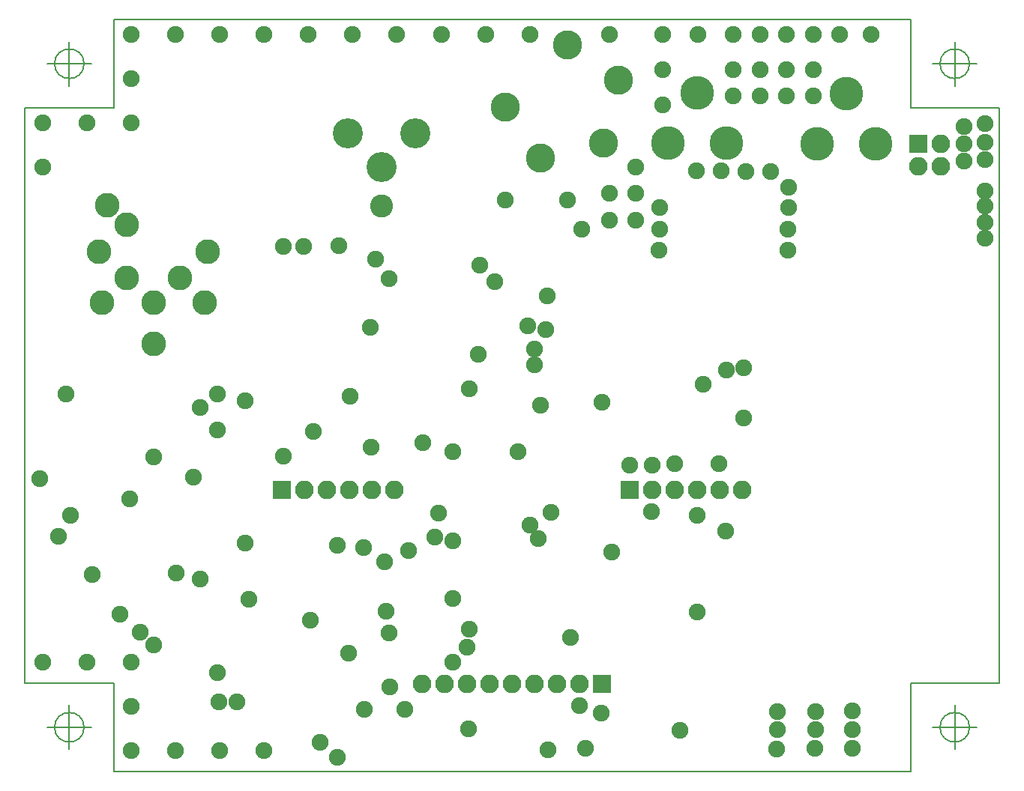
<source format=gbr>
G04 #@! TF.GenerationSoftware,KiCad,Pcbnew,(5.1.4)-1*
G04 #@! TF.CreationDate,2019-12-04T23:14:54+01:00*
G04 #@! TF.ProjectId,instru_bab_v2,696e7374-7275-45f6-9261-625f76322e6b,rev?*
G04 #@! TF.SameCoordinates,Original*
G04 #@! TF.FileFunction,Soldermask,Bot*
G04 #@! TF.FilePolarity,Negative*
%FSLAX46Y46*%
G04 Gerber Fmt 4.6, Leading zero omitted, Abs format (unit mm)*
G04 Created by KiCad (PCBNEW (5.1.4)-1) date 2019-12-04 23:14:54*
%MOMM*%
%LPD*%
G04 APERTURE LIST*
%ADD10C,0.200000*%
%ADD11C,0.150000*%
%ADD12R,2.100000X2.100000*%
%ADD13O,2.100000X2.100000*%
%ADD14C,3.800000*%
%ADD15C,2.800000*%
%ADD16C,3.400000*%
%ADD17C,2.600000*%
%ADD18C,3.300000*%
%ADD19C,1.900000*%
G04 APERTURE END LIST*
D10*
X139667825Y-108334814D02*
G75*
G03X139667825Y-108334814I-1666666J0D01*
G01*
X135501159Y-108334814D02*
X140501159Y-108334814D01*
X138001159Y-105834814D02*
X138001159Y-110834814D01*
X139667825Y-33334814D02*
G75*
G03X139667825Y-33334814I-1666666J0D01*
G01*
X135501159Y-33334814D02*
X140501159Y-33334814D01*
X138001159Y-30834814D02*
X138001159Y-35834814D01*
X39667825Y-108334814D02*
G75*
G03X39667825Y-108334814I-1666666J0D01*
G01*
X35501159Y-108334814D02*
X40501159Y-108334814D01*
X38001159Y-105834814D02*
X38001159Y-110834814D01*
X39667825Y-33334814D02*
G75*
G03X39667825Y-33334814I-1666666J0D01*
G01*
X35501159Y-33334814D02*
X40501159Y-33334814D01*
X38001159Y-30834814D02*
X38001159Y-35834814D01*
D11*
X43001159Y-103334814D02*
X33001159Y-103334814D01*
X43001159Y-113334814D02*
X43001159Y-103334814D01*
X133001159Y-113334814D02*
X43001159Y-113334814D01*
X133001159Y-103334814D02*
X133001159Y-113334814D01*
X143001159Y-103334814D02*
X133001159Y-103334814D01*
X143001159Y-38334814D02*
X143001159Y-103334814D01*
X133001159Y-38334814D02*
X143001159Y-38334814D01*
X133001159Y-28334814D02*
X133001159Y-38334814D01*
X43001159Y-28334814D02*
X133001159Y-28334814D01*
X43001159Y-38334814D02*
X43001159Y-28334814D01*
X33001159Y-38334814D02*
X43001159Y-38334814D01*
X33001159Y-103334814D02*
X33001159Y-38334814D01*
D12*
X98144066Y-103464146D03*
D13*
X95604066Y-103464146D03*
X93064066Y-103464146D03*
X90524066Y-103464146D03*
X87984066Y-103464146D03*
X85444066Y-103464146D03*
X82904066Y-103464146D03*
X80364066Y-103464146D03*
X77824066Y-103464146D03*
D12*
X133900000Y-42350000D03*
D13*
X136440000Y-42350000D03*
X133900000Y-44890000D03*
X136440000Y-44890000D03*
D14*
X108950000Y-36650000D03*
X105650000Y-42300000D03*
X112250000Y-42300000D03*
D15*
X53650000Y-54550000D03*
X44500000Y-51550000D03*
X47500000Y-60350000D03*
X53300000Y-60350000D03*
X47500000Y-65000000D03*
X41700000Y-60350000D03*
X42300000Y-49350000D03*
X41350000Y-54550000D03*
X44500000Y-57550000D03*
X50500000Y-57550000D03*
D14*
X125750000Y-36700000D03*
X122450000Y-42350000D03*
X129050000Y-42350000D03*
D12*
X101284066Y-81464146D03*
D13*
X103824066Y-81464146D03*
X106364066Y-81464146D03*
X108904066Y-81464146D03*
X111444066Y-81464146D03*
X113984066Y-81464146D03*
D12*
X61984066Y-81464146D03*
D13*
X64524066Y-81464146D03*
X67064066Y-81464146D03*
X69604066Y-81464146D03*
X72144066Y-81464146D03*
X74684066Y-81464146D03*
D16*
X69490000Y-41200000D03*
X77110000Y-41200000D03*
X73300000Y-45010000D03*
D17*
X73300000Y-49450000D03*
D18*
X87250000Y-38200000D03*
X94250000Y-31200000D03*
X100050000Y-35200000D03*
X98320000Y-42270000D03*
X91250000Y-44000000D03*
D19*
X73800000Y-95250000D03*
X77950000Y-76200000D03*
X37600000Y-70650000D03*
X54750000Y-102200000D03*
X54750000Y-70650000D03*
X54750000Y-74750000D03*
X103750000Y-83950000D03*
X112100000Y-86200000D03*
X81300000Y-101000000D03*
X72550000Y-55450000D03*
X72000000Y-63100000D03*
X81323385Y-87254126D03*
X81300000Y-93800000D03*
X99250000Y-88550000D03*
X103800000Y-78700000D03*
X81300000Y-77200000D03*
X79700000Y-84100000D03*
X112250000Y-67950000D03*
X91950000Y-59600000D03*
X74100000Y-57650000D03*
X65250000Y-96200000D03*
X74200000Y-103750000D03*
X108900000Y-84350000D03*
X108950000Y-95300000D03*
X79299998Y-86800000D03*
X44850000Y-82500000D03*
X111400000Y-78550000D03*
X106400000Y-78550000D03*
X58300000Y-93900000D03*
X50100000Y-90900000D03*
X52000000Y-80100000D03*
X71300000Y-106300000D03*
X107000000Y-108700000D03*
X76300000Y-88400000D03*
X57900000Y-71400000D03*
X64500000Y-54000000D03*
X68400000Y-53900000D03*
X65600000Y-74900000D03*
X34700000Y-80200000D03*
X75000000Y-30000000D03*
X65000000Y-30000000D03*
X45000000Y-30000000D03*
X70000000Y-30000000D03*
X55000000Y-30000000D03*
X50000000Y-30000000D03*
X60000000Y-30000000D03*
X80000000Y-30000000D03*
X85000000Y-30000000D03*
X90000000Y-30000000D03*
X99000000Y-30000000D03*
X45000000Y-35000000D03*
X40000000Y-40000000D03*
X35000000Y-40000000D03*
X35000000Y-45000000D03*
X45000000Y-40000000D03*
X45000000Y-111000000D03*
X45000000Y-106000000D03*
X45000000Y-101000000D03*
X40000000Y-101000000D03*
X35000000Y-101000000D03*
X50000000Y-111000000D03*
X55000000Y-111000000D03*
X60000000Y-111000000D03*
X47500000Y-99000000D03*
X47500000Y-77750010D03*
X94600000Y-98150000D03*
X90069737Y-85487504D03*
X83200000Y-70050000D03*
X90550000Y-65550010D03*
X114150000Y-73350000D03*
X114150000Y-67700000D03*
X89800000Y-63000000D03*
X86050000Y-58000000D03*
X139050000Y-42350000D03*
X139050000Y-40450000D03*
X139050000Y-44300000D03*
X117950000Y-106550000D03*
X122250000Y-106550000D03*
X126400000Y-106500000D03*
X117950000Y-108600000D03*
X122250000Y-108600000D03*
X126400000Y-108600000D03*
X141450000Y-53050000D03*
X141450000Y-51250000D03*
X141450000Y-49450000D03*
X141450000Y-47700000D03*
X141450000Y-44200000D03*
X141400000Y-42200000D03*
X141400000Y-40100000D03*
X117900000Y-110800000D03*
X122200000Y-110700000D03*
X126400000Y-110700000D03*
X99000000Y-48000000D03*
X102000000Y-45000000D03*
X102000000Y-48000000D03*
X102000000Y-51000000D03*
X105000000Y-38000000D03*
X105000000Y-34000000D03*
X113000000Y-37000000D03*
X113000000Y-34000000D03*
X116000000Y-34000000D03*
X116000000Y-37000000D03*
X119000000Y-37000000D03*
X119000000Y-34000000D03*
X122000000Y-34000000D03*
X122000000Y-37000000D03*
X99000000Y-51000000D03*
X105000000Y-30000000D03*
X109000000Y-30000000D03*
X116000000Y-30000000D03*
X119000000Y-30000000D03*
X122000000Y-30000000D03*
X125000000Y-30000000D03*
X128550000Y-30000000D03*
X113000000Y-30000000D03*
X68300000Y-111700000D03*
X68300000Y-87800000D03*
X91200000Y-71900000D03*
X91850006Y-63350000D03*
X90550000Y-67400002D03*
X83200000Y-97250000D03*
X88650000Y-77200000D03*
X101250006Y-78750000D03*
X104600000Y-54450000D03*
X104650000Y-49600000D03*
X119200000Y-49550000D03*
X119150000Y-54400000D03*
X114400000Y-45500000D03*
X111600000Y-45400000D03*
X108850000Y-45400002D03*
X119150000Y-52000000D03*
X104650000Y-52000000D03*
X119200000Y-47300000D03*
X117200000Y-45500000D03*
X38149994Y-84350000D03*
X40600005Y-91100005D03*
X72100000Y-76700000D03*
X84400000Y-56100000D03*
X84150000Y-66150000D03*
X43700000Y-95600000D03*
X46000000Y-97600000D03*
X87250000Y-48700000D03*
X94250000Y-48700000D03*
X56900000Y-105500000D03*
X62150000Y-53949958D03*
X57900000Y-87500000D03*
X54900000Y-105499996D03*
X95600000Y-105899996D03*
X98100000Y-106700000D03*
X83100000Y-108550000D03*
X66300000Y-110050000D03*
X71200000Y-88000000D03*
X92100000Y-110900000D03*
X96300000Y-110700000D03*
X109600000Y-69600000D03*
X36757552Y-86767149D03*
X82900000Y-99250000D03*
X75900000Y-106300000D03*
X74100000Y-97700000D03*
X92400000Y-84050000D03*
X90950000Y-87000000D03*
X98200000Y-71600000D03*
X95850000Y-52050000D03*
X69550000Y-100000000D03*
X73600000Y-89600000D03*
X62200000Y-77700000D03*
X52800000Y-91600000D03*
X69700000Y-70900000D03*
X52800000Y-72200000D03*
M02*

</source>
